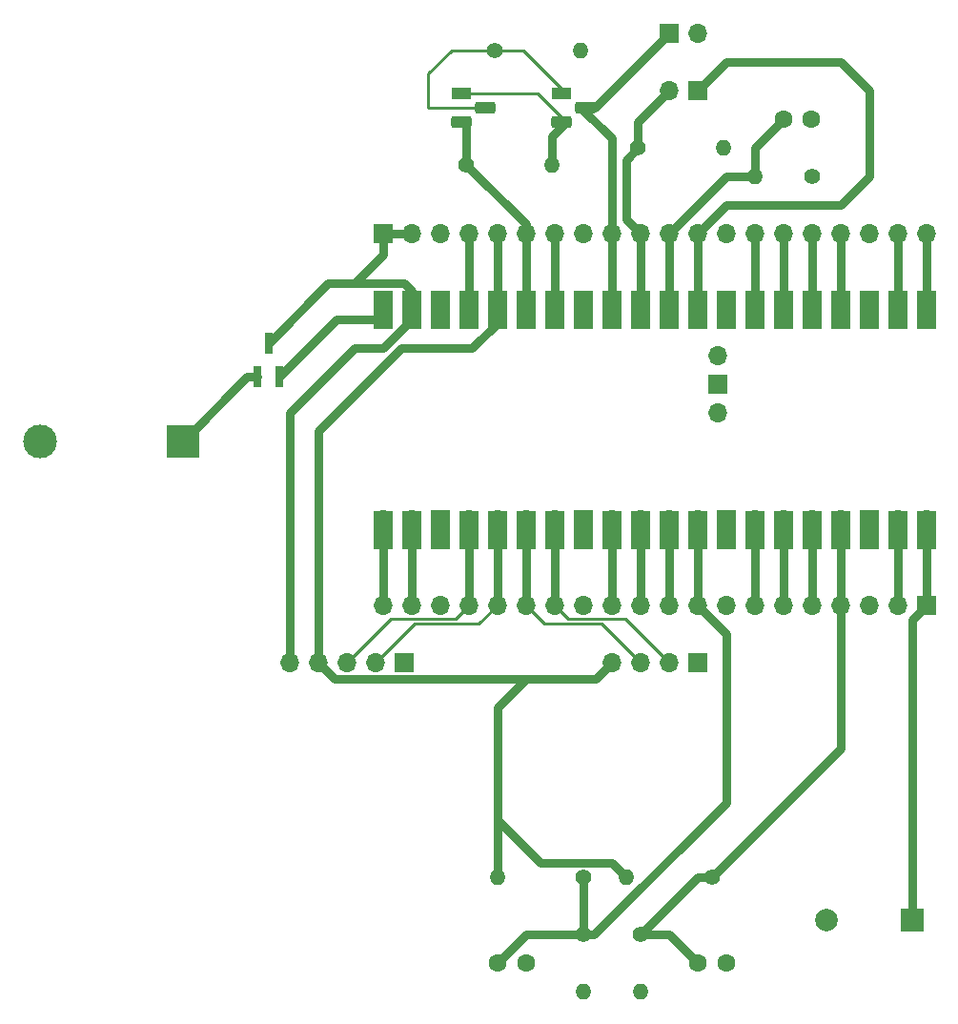
<source format=gtl>
G04 #@! TF.GenerationSoftware,KiCad,Pcbnew,7.0.7*
G04 #@! TF.CreationDate,2023-09-14T12:08:29+02:00*
G04 #@! TF.ProjectId,pulsoximeter,70756c73-6f78-4696-9d65-7465722e6b69,rev?*
G04 #@! TF.SameCoordinates,Original*
G04 #@! TF.FileFunction,Copper,L1,Top*
G04 #@! TF.FilePolarity,Positive*
%FSLAX46Y46*%
G04 Gerber Fmt 4.6, Leading zero omitted, Abs format (unit mm)*
G04 Created by KiCad (PCBNEW 7.0.7) date 2023-09-14 12:08:29*
%MOMM*%
%LPD*%
G01*
G04 APERTURE LIST*
G04 Aperture macros list*
%AMRoundRect*
0 Rectangle with rounded corners*
0 $1 Rounding radius*
0 $2 $3 $4 $5 $6 $7 $8 $9 X,Y pos of 4 corners*
0 Add a 4 corners polygon primitive as box body*
4,1,4,$2,$3,$4,$5,$6,$7,$8,$9,$2,$3,0*
0 Add four circle primitives for the rounded corners*
1,1,$1+$1,$2,$3*
1,1,$1+$1,$4,$5*
1,1,$1+$1,$6,$7*
1,1,$1+$1,$8,$9*
0 Add four rect primitives between the rounded corners*
20,1,$1+$1,$2,$3,$4,$5,0*
20,1,$1+$1,$4,$5,$6,$7,0*
20,1,$1+$1,$6,$7,$8,$9,0*
20,1,$1+$1,$8,$9,$2,$3,0*%
G04 Aperture macros list end*
G04 #@! TA.AperFunction,ComponentPad*
%ADD10R,1.700000X1.700000*%
G04 #@! TD*
G04 #@! TA.AperFunction,ComponentPad*
%ADD11O,1.700000X1.700000*%
G04 #@! TD*
G04 #@! TA.AperFunction,ComponentPad*
%ADD12C,1.400000*%
G04 #@! TD*
G04 #@! TA.AperFunction,ComponentPad*
%ADD13O,1.400000X1.400000*%
G04 #@! TD*
G04 #@! TA.AperFunction,ComponentPad*
%ADD14C,1.600000*%
G04 #@! TD*
G04 #@! TA.AperFunction,SMDPad,CuDef*
%ADD15R,0.800000X1.900000*%
G04 #@! TD*
G04 #@! TA.AperFunction,SMDPad,CuDef*
%ADD16R,1.700000X3.500000*%
G04 #@! TD*
G04 #@! TA.AperFunction,ComponentPad*
%ADD17R,1.800000X1.100000*%
G04 #@! TD*
G04 #@! TA.AperFunction,ComponentPad*
%ADD18RoundRect,0.275000X-0.625000X0.275000X-0.625000X-0.275000X0.625000X-0.275000X0.625000X0.275000X0*%
G04 #@! TD*
G04 #@! TA.AperFunction,ComponentPad*
%ADD19R,2.000000X2.000000*%
G04 #@! TD*
G04 #@! TA.AperFunction,ComponentPad*
%ADD20C,2.000000*%
G04 #@! TD*
G04 #@! TA.AperFunction,ComponentPad*
%ADD21R,3.000000X3.000000*%
G04 #@! TD*
G04 #@! TA.AperFunction,ComponentPad*
%ADD22C,3.000000*%
G04 #@! TD*
G04 #@! TA.AperFunction,Conductor*
%ADD23C,0.750000*%
G04 #@! TD*
G04 #@! TA.AperFunction,Conductor*
%ADD24C,0.250000*%
G04 #@! TD*
G04 APERTURE END LIST*
D10*
X93345000Y-119380000D03*
D11*
X90805000Y-119380000D03*
X88265000Y-119380000D03*
X85725000Y-119380000D03*
X83185000Y-119380000D03*
D10*
X139700000Y-114300000D03*
D11*
X137160000Y-114300000D03*
X134620000Y-114300000D03*
X132080000Y-114300000D03*
X129540000Y-114300000D03*
X127000000Y-114300000D03*
X124460000Y-114300000D03*
X121920000Y-114300000D03*
X119380000Y-114300000D03*
X116840000Y-114300000D03*
X114300000Y-114300000D03*
X111760000Y-114300000D03*
X109220000Y-114300000D03*
X106680000Y-114300000D03*
X104140000Y-114300000D03*
X101600000Y-114300000D03*
X99060000Y-114300000D03*
X96520000Y-114300000D03*
X93980000Y-114300000D03*
X91440000Y-114300000D03*
D12*
X109220000Y-138430000D03*
D13*
X101600000Y-138430000D03*
D12*
X98835000Y-75155000D03*
D13*
X106455000Y-75155000D03*
D12*
X114075000Y-73660000D03*
D13*
X121695000Y-73660000D03*
D12*
X114300000Y-143510000D03*
D13*
X114300000Y-148590000D03*
D14*
X101640000Y-146050000D03*
X104140000Y-146050000D03*
D15*
X80330000Y-93980000D03*
X82230000Y-93980000D03*
X81280000Y-90980000D03*
D12*
X109220000Y-143510000D03*
D13*
X109220000Y-148590000D03*
D11*
X91440000Y-106680000D03*
D16*
X91440000Y-107580000D03*
D11*
X93980000Y-106680000D03*
D16*
X93980000Y-107580000D03*
D10*
X96520000Y-106680000D03*
D16*
X96520000Y-107580000D03*
D11*
X99060000Y-106680000D03*
D16*
X99060000Y-107580000D03*
D11*
X101600000Y-106680000D03*
D16*
X101600000Y-107580000D03*
D11*
X104140000Y-106680000D03*
D16*
X104140000Y-107580000D03*
D11*
X106680000Y-106680000D03*
D16*
X106680000Y-107580000D03*
D10*
X109220000Y-106680000D03*
D16*
X109220000Y-107580000D03*
D11*
X111760000Y-106680000D03*
D16*
X111760000Y-107580000D03*
D11*
X114300000Y-106680000D03*
D16*
X114300000Y-107580000D03*
D11*
X116840000Y-106680000D03*
D16*
X116840000Y-107580000D03*
D11*
X119380000Y-106680000D03*
D16*
X119380000Y-107580000D03*
D10*
X121920000Y-106680000D03*
D16*
X121920000Y-107580000D03*
D11*
X124460000Y-106680000D03*
D16*
X124460000Y-107580000D03*
D11*
X127000000Y-106680000D03*
D16*
X127000000Y-107580000D03*
D11*
X129540000Y-106680000D03*
D16*
X129540000Y-107580000D03*
D11*
X132080000Y-106680000D03*
D16*
X132080000Y-107580000D03*
D10*
X134620000Y-106680000D03*
D16*
X134620000Y-107580000D03*
D11*
X137160000Y-106680000D03*
D16*
X137160000Y-107580000D03*
D11*
X139700000Y-106680000D03*
D16*
X139700000Y-107580000D03*
D11*
X139700000Y-88900000D03*
D16*
X139700000Y-88000000D03*
D11*
X137160000Y-88900000D03*
D16*
X137160000Y-88000000D03*
D10*
X134620000Y-88900000D03*
D16*
X134620000Y-88000000D03*
D11*
X132080000Y-88900000D03*
D16*
X132080000Y-88000000D03*
D11*
X129540000Y-88900000D03*
D16*
X129540000Y-88000000D03*
D11*
X127000000Y-88900000D03*
D16*
X127000000Y-88000000D03*
D11*
X124460000Y-88900000D03*
D16*
X124460000Y-88000000D03*
D10*
X121920000Y-88900000D03*
D16*
X121920000Y-88000000D03*
D11*
X119380000Y-88900000D03*
D16*
X119380000Y-88000000D03*
D11*
X116840000Y-88900000D03*
D16*
X116840000Y-88000000D03*
D11*
X114300000Y-88900000D03*
D16*
X114300000Y-88000000D03*
D11*
X111760000Y-88900000D03*
D16*
X111760000Y-88000000D03*
D10*
X109220000Y-88900000D03*
D16*
X109220000Y-88000000D03*
D11*
X106680000Y-88900000D03*
D16*
X106680000Y-88000000D03*
D11*
X104140000Y-88900000D03*
D16*
X104140000Y-88000000D03*
D11*
X101600000Y-88900000D03*
D16*
X101600000Y-88000000D03*
D11*
X99060000Y-88900000D03*
D16*
X99060000Y-88000000D03*
D10*
X96520000Y-88900000D03*
D16*
X96520000Y-88000000D03*
D11*
X93980000Y-88900000D03*
D16*
X93980000Y-88000000D03*
D11*
X91440000Y-88900000D03*
D16*
X91440000Y-88000000D03*
D11*
X121170000Y-97205900D03*
D10*
X121170000Y-94665900D03*
D11*
X121170000Y-92125900D03*
D10*
X91440000Y-81280000D03*
D11*
X93980000Y-81280000D03*
X96520000Y-81280000D03*
X99060000Y-81280000D03*
X101600000Y-81280000D03*
X104140000Y-81280000D03*
X106680000Y-81280000D03*
X109220000Y-81280000D03*
X111760000Y-81280000D03*
X114300000Y-81280000D03*
X116840000Y-81280000D03*
X119380000Y-81280000D03*
X121920000Y-81280000D03*
X124460000Y-81280000D03*
X127000000Y-81280000D03*
X129540000Y-81280000D03*
X132080000Y-81280000D03*
X134620000Y-81280000D03*
X137160000Y-81280000D03*
X139700000Y-81280000D03*
D10*
X119380000Y-68580000D03*
D11*
X116840000Y-68580000D03*
D14*
X129500000Y-71120000D03*
X127000000Y-71120000D03*
X119420000Y-146050000D03*
X121920000Y-146050000D03*
D17*
X98435000Y-68805000D03*
D18*
X100505000Y-70075000D03*
X98435000Y-71345000D03*
D19*
X138420000Y-142240000D03*
D20*
X130820000Y-142240000D03*
D12*
X120650000Y-138430000D03*
D13*
X113030000Y-138430000D03*
D10*
X116840000Y-63500000D03*
D11*
X119380000Y-63500000D03*
D12*
X101375000Y-64995000D03*
D13*
X108995000Y-64995000D03*
D12*
X129540000Y-76200000D03*
D13*
X124460000Y-76200000D03*
D10*
X119380000Y-119380000D03*
D11*
X116840000Y-119380000D03*
X114300000Y-119380000D03*
X111760000Y-119380000D03*
D17*
X107325000Y-68805000D03*
D18*
X109395000Y-70075000D03*
X107325000Y-71345000D03*
D21*
X73660000Y-99695000D03*
D22*
X60960000Y-99695000D03*
D23*
X79375000Y-93980000D02*
X80330000Y-93980000D01*
X73660000Y-99695000D02*
X79375000Y-93980000D01*
X139700000Y-114300000D02*
X139700000Y-106680000D01*
X138420000Y-115580000D02*
X139700000Y-114300000D01*
X138420000Y-142240000D02*
X138420000Y-115580000D01*
X124460000Y-73660000D02*
X127000000Y-71120000D01*
X124460000Y-76200000D02*
X124460000Y-73660000D01*
X116840000Y-81280000D02*
X121920000Y-76200000D01*
X116840000Y-88900000D02*
X116840000Y-81280000D01*
X121920000Y-76200000D02*
X124460000Y-76200000D01*
X109220000Y-143510000D02*
X110209949Y-143510000D01*
X109220000Y-143510000D02*
X109220000Y-138430000D01*
X110209949Y-143510000D02*
X121920000Y-131799949D01*
X121920000Y-131799949D02*
X121920000Y-116840000D01*
X101640000Y-146050000D02*
X104180000Y-143510000D01*
X121920000Y-116840000D02*
X119380000Y-114300000D01*
X104180000Y-143510000D02*
X109220000Y-143510000D01*
X119380000Y-114300000D02*
X119380000Y-106680000D01*
X114300000Y-143510000D02*
X119380000Y-138430000D01*
X120650000Y-138430000D02*
X132080000Y-127000000D01*
X116880000Y-143510000D02*
X119420000Y-146050000D01*
X132080000Y-127000000D02*
X132080000Y-114300000D01*
X114300000Y-143510000D02*
X116880000Y-143510000D01*
X132080000Y-114300000D02*
X132080000Y-106680000D01*
X119380000Y-138430000D02*
X120650000Y-138430000D01*
D24*
X107855000Y-115475000D02*
X106680000Y-114300000D01*
X116840000Y-119380000D02*
X112935000Y-115475000D01*
X112935000Y-115475000D02*
X107855000Y-115475000D01*
D23*
X106680000Y-114300000D02*
X106680000Y-106680000D01*
X104140000Y-114300000D02*
X104140000Y-106680000D01*
D24*
X110845000Y-115925000D02*
X105765000Y-115925000D01*
X114300000Y-119380000D02*
X110845000Y-115925000D01*
X105765000Y-115925000D02*
X104140000Y-114300000D01*
D23*
X101600000Y-88900000D02*
X101600000Y-81280000D01*
X101600000Y-89210000D02*
X99370000Y-91440000D01*
X113030000Y-138430000D02*
X111755000Y-137155000D01*
X101600000Y-88900000D02*
X101600000Y-89210000D01*
X110335000Y-120805000D02*
X111760000Y-119380000D01*
X111755000Y-137155000D02*
X105405000Y-137155000D01*
X101600000Y-123345000D02*
X104140000Y-120805000D01*
X99370000Y-91440000D02*
X93038324Y-91440000D01*
X101600000Y-133350000D02*
X101600000Y-123345000D01*
X85725000Y-98753324D02*
X85725000Y-119380000D01*
X101600000Y-138430000D02*
X101600000Y-133350000D01*
X87150000Y-120805000D02*
X104140000Y-120805000D01*
X93038324Y-91440000D02*
X85725000Y-98753324D01*
X85725000Y-119380000D02*
X87150000Y-120805000D01*
X104140000Y-120805000D02*
X110335000Y-120805000D01*
X105405000Y-137155000D02*
X101600000Y-133350000D01*
X93295000Y-85675000D02*
X93980000Y-86360000D01*
X88900000Y-91440000D02*
X83185000Y-97155000D01*
X88900000Y-85675000D02*
X93295000Y-85675000D01*
X93980000Y-81280000D02*
X91440000Y-81280000D01*
X83185000Y-97155000D02*
X83185000Y-119380000D01*
X86585000Y-85675000D02*
X88900000Y-85675000D01*
X93980000Y-86360000D02*
X93980000Y-88900000D01*
X91440000Y-91440000D02*
X88900000Y-91440000D01*
X91440000Y-81280000D02*
X91440000Y-83135000D01*
X91440000Y-83135000D02*
X88900000Y-85675000D01*
X81280000Y-90980000D02*
X86585000Y-85675000D01*
X93980000Y-88900000D02*
X91440000Y-91440000D01*
D24*
X99975000Y-115925000D02*
X101600000Y-114300000D01*
D23*
X101600000Y-114300000D02*
X101600000Y-106680000D01*
D24*
X90805000Y-119380000D02*
X94260000Y-115925000D01*
X94260000Y-115925000D02*
X99975000Y-115925000D01*
X92170000Y-115475000D02*
X97885000Y-115475000D01*
X88265000Y-119380000D02*
X92170000Y-115475000D01*
X97885000Y-115475000D02*
X99060000Y-114300000D01*
D23*
X99060000Y-114300000D02*
X99060000Y-106680000D01*
X114075000Y-71345000D02*
X116840000Y-68580000D01*
X114300000Y-88900000D02*
X114300000Y-81280000D01*
X113025000Y-74710000D02*
X114075000Y-73660000D01*
X114075000Y-73660000D02*
X114075000Y-71345000D01*
X114300000Y-81280000D02*
X113025000Y-80005000D01*
X113025000Y-80005000D02*
X113025000Y-74710000D01*
X119380000Y-88900000D02*
X119380000Y-81280000D01*
X132080000Y-66040000D02*
X121920000Y-66040000D01*
X132080000Y-78740000D02*
X134620000Y-76200000D01*
X121920000Y-78740000D02*
X132080000Y-78740000D01*
X134620000Y-76200000D02*
X134620000Y-68580000D01*
X119380000Y-81280000D02*
X121920000Y-78740000D01*
X121920000Y-66040000D02*
X119380000Y-68580000D01*
X134620000Y-68580000D02*
X132080000Y-66040000D01*
X111760000Y-72840000D02*
X108995000Y-70075000D01*
X108995000Y-70075000D02*
X110265000Y-70075000D01*
X111760000Y-81280000D02*
X111760000Y-72840000D01*
X111760000Y-88900000D02*
X111760000Y-81280000D01*
X110265000Y-70075000D02*
X116840000Y-63500000D01*
X99060000Y-81280000D02*
X99060000Y-88900000D01*
X91440000Y-114300000D02*
X91440000Y-106680000D01*
X93980000Y-114300000D02*
X93980000Y-106680000D01*
X111760000Y-114300000D02*
X111760000Y-106680000D01*
X114300000Y-114300000D02*
X114300000Y-106680000D01*
X116840000Y-114300000D02*
X116840000Y-106680000D01*
X124460000Y-114300000D02*
X124460000Y-106680000D01*
X127000000Y-114300000D02*
X127000000Y-106680000D01*
X129540000Y-114300000D02*
X129540000Y-106680000D01*
X106680000Y-88900000D02*
X106680000Y-81280000D01*
X129540000Y-88900000D02*
X129540000Y-81280000D01*
X132080000Y-88900000D02*
X132080000Y-81280000D01*
X137160000Y-88900000D02*
X137160000Y-81280000D01*
X98835000Y-75155000D02*
X104140000Y-80460000D01*
X104140000Y-88900000D02*
X104140000Y-81280000D01*
X104140000Y-80460000D02*
X104140000Y-81280000D01*
X98835000Y-75155000D02*
X98835000Y-71345000D01*
X82230000Y-93980000D02*
X87310000Y-88900000D01*
X87310000Y-88900000D02*
X91440000Y-88900000D01*
X106455000Y-72615000D02*
X107725000Y-71345000D01*
D24*
X98835000Y-68805000D02*
X105185000Y-68805000D01*
D23*
X106455000Y-75155000D02*
X106455000Y-72615000D01*
D24*
X105185000Y-68805000D02*
X107725000Y-71345000D01*
X95475000Y-70075000D02*
X95475000Y-67085000D01*
X107725000Y-68805000D02*
X103915000Y-64995000D01*
X95475000Y-67085000D02*
X97565000Y-64995000D01*
X97565000Y-64995000D02*
X101375000Y-64995000D01*
X103915000Y-64995000D02*
X101375000Y-64995000D01*
X100105000Y-70075000D02*
X95475000Y-70075000D01*
D23*
X124460000Y-88900000D02*
X124460000Y-81280000D01*
X127000000Y-88900000D02*
X127000000Y-81280000D01*
X139700000Y-88900000D02*
X139700000Y-81280000D01*
X137160000Y-114300000D02*
X137160000Y-106680000D01*
M02*

</source>
